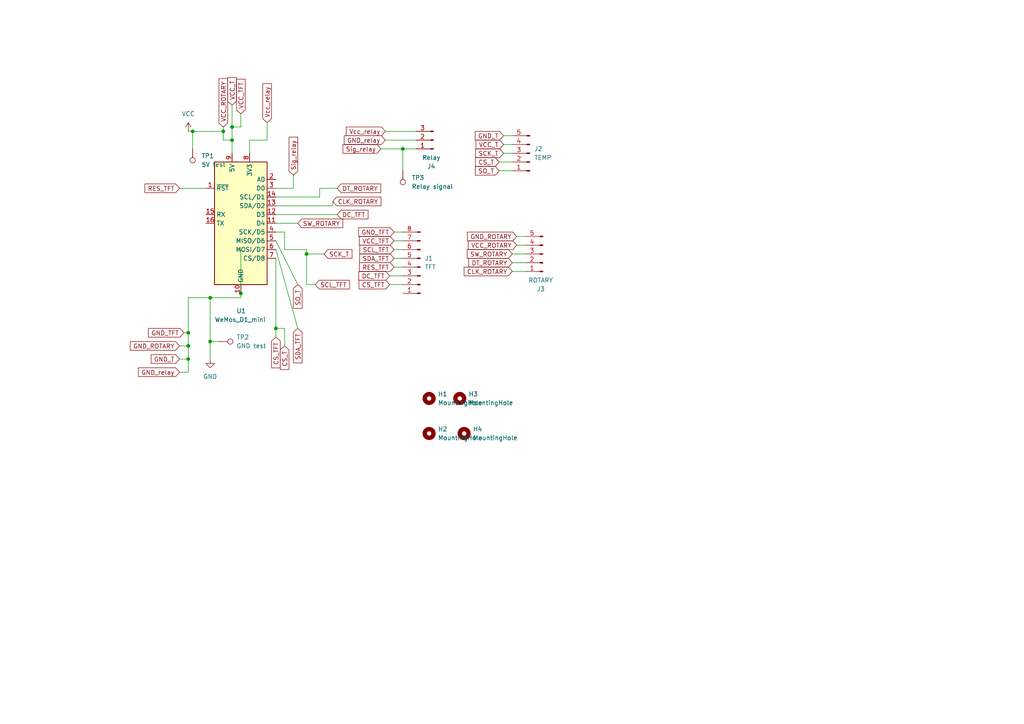
<source format=kicad_sch>
(kicad_sch (version 20211123) (generator eeschema)
  (paper "A4")
  (title_block (title "Open Kiln") (rev "v1"))
  (lib_symbols
    (symbol "Connector:Conn_01x03_Male" (pin_names (offset 1.016) hide)
      (property "Reference" "J" (at 0 5.08 0))
      (property "Value" "Conn_01x03_Male" (at 0 -5.08 0))
      (symbol "Conn_01x03_Male_1_1"
        (polyline (pts (xy 1.27 -2.54) (xy 0.8636 -2.54)) (stroke (width 0.1524)))
        (polyline (pts (xy 1.27 0) (xy 0.8636 0)) (stroke (width 0.1524)))
        (polyline (pts (xy 1.27 2.54) (xy 0.8636 2.54)) (stroke (width 0.1524)))
        (rectangle (start 0.8636 -2.413) (end 0 -2.667) (stroke (width 0.1524)) (fill (type outline)))
        (rectangle (start 0.8636 0.127) (end 0 -0.127) (stroke (width 0.1524)) (fill (type outline)))
        (rectangle (start 0.8636 2.667) (end 0 2.413) (stroke (width 0.1524)) (fill (type outline)))
        (pin passive line (at 5.08 2.54 180) (length 3.81) (name "Pin_1") (number "1"))
        (pin passive line (at 5.08 0 180) (length 3.81) (name "Pin_2") (number "2"))
        (pin passive line (at 5.08 -2.54 180) (length 3.81) (name "Pin_3") (number "3"))
      )
    )
    (symbol "Connector:Conn_01x05_Male" (pin_names (offset 1.016) hide)
      (property "Reference" "J" (at 0 7.62 0))
      (property "Value" "Conn_01x05_Male" (at 0 -7.62 0))
      (symbol "Conn_01x05_Male_1_1"
        (polyline (pts (xy 1.27 -5.08) (xy 0.8636 -5.08)) (stroke (width 0.1524)))
        (polyline (pts (xy 1.27 -2.54) (xy 0.8636 -2.54)) (stroke (width 0.1524)))
        (polyline (pts (xy 1.27 0) (xy 0.8636 0)) (stroke (width 0.1524)))
        (polyline (pts (xy 1.27 2.54) (xy 0.8636 2.54)) (stroke (width 0.1524)))
        (polyline (pts (xy 1.27 5.08) (xy 0.8636 5.08)) (stroke (width 0.1524)))
        (rectangle (start 0.8636 -4.953) (end 0 -5.207) (stroke (width 0.1524)) (fill (type outline)))
        (rectangle (start 0.8636 -2.413) (end 0 -2.667) (stroke (width 0.1524)) (fill (type outline)))
        (rectangle (start 0.8636 0.127) (end 0 -0.127) (stroke (width 0.1524)) (fill (type outline)))
        (rectangle (start 0.8636 2.667) (end 0 2.413) (stroke (width 0.1524)) (fill (type outline)))
        (rectangle (start 0.8636 5.207) (end 0 4.953) (stroke (width 0.1524)) (fill (type outline)))
        (pin passive line (at 5.08 5.08 180) (length 3.81) (name "Pin_1") (number "1"))
        (pin passive line (at 5.08 2.54 180) (length 3.81) (name "Pin_2") (number "2"))
        (pin passive line (at 5.08 0 180) (length 3.81) (name "Pin_3") (number "3"))
        (pin passive line (at 5.08 -2.54 180) (length 3.81) (name "Pin_4") (number "4"))
        (pin passive line (at 5.08 -5.08 180) (length 3.81) (name "Pin_5") (number "5"))
      )
    )
    (symbol "Connector:Conn_01x08_Male" (pin_names (offset 1.016) hide)
      (property "Reference" "J" (at 0 10.16 0))
      (property "Value" "Conn_01x08_Male" (at 0 -12.7 0))
      (symbol "Conn_01x08_Male_1_1"
        (polyline (pts (xy 1.27 -10.16) (xy 0.8636 -10.16)) (stroke (width 0.1524)))
        (polyline (pts (xy 1.27 -7.62) (xy 0.8636 -7.62)) (stroke (width 0.1524)))
        (polyline (pts (xy 1.27 -5.08) (xy 0.8636 -5.08)) (stroke (width 0.1524)))
        (polyline (pts (xy 1.27 -2.54) (xy 0.8636 -2.54)) (stroke (width 0.1524)))
        (polyline (pts (xy 1.27 0) (xy 0.8636 0)) (stroke (width 0.1524)))
        (polyline (pts (xy 1.27 2.54) (xy 0.8636 2.54)) (stroke (width 0.1524)))
        (polyline (pts (xy 1.27 5.08) (xy 0.8636 5.08)) (stroke (width 0.1524)))
        (polyline (pts (xy 1.27 7.62) (xy 0.8636 7.62)) (stroke (width 0.1524)))
        (rectangle (start 0.8636 -10.033) (end 0 -10.287) (stroke (width 0.1524)) (fill (type outline)))
        (rectangle (start 0.8636 -7.493) (end 0 -7.747) (stroke (width 0.1524)) (fill (type outline)))
        (rectangle (start 0.8636 -4.953) (end 0 -5.207) (stroke (width 0.1524)) (fill (type outline)))
        (rectangle (start 0.8636 -2.413) (end 0 -2.667) (stroke (width 0.1524)) (fill (type outline)))
        (rectangle (start 0.8636 0.127) (end 0 -0.127) (stroke (width 0.1524)) (fill (type outline)))
        (rectangle (start 0.8636 2.667) (end 0 2.413) (stroke (width 0.1524)) (fill (type outline)))
        (rectangle (start 0.8636 5.207) (end 0 4.953) (stroke (width 0.1524)) (fill (type outline)))
        (rectangle (start 0.8636 7.747) (end 0 7.493) (stroke (width 0.1524)) (fill (type outline)))
        (pin passive line (at 5.08 7.62 180) (length 3.81) (name "Pin_1") (number "1"))
        (pin passive line (at 5.08 5.08 180) (length 3.81) (name "Pin_2") (number "2"))
        (pin passive line (at 5.08 2.54 180) (length 3.81) (name "Pin_3") (number "3"))
        (pin passive line (at 5.08 0 180) (length 3.81) (name "Pin_4") (number "4"))
        (pin passive line (at 5.08 -2.54 180) (length 3.81) (name "Pin_5") (number "5"))
        (pin passive line (at 5.08 -5.08 180) (length 3.81) (name "Pin_6") (number "6"))
        (pin passive line (at 5.08 -7.62 180) (length 3.81) (name "Pin_7") (number "7"))
        (pin passive line (at 5.08 -10.16 180) (length 3.81) (name "Pin_8") (number "8"))
      )
    )
    (symbol "Connector:TestPoint" (pin_numbers hide) (pin_names (offset 0.762) hide)
      (property "Reference" "TP" (at 0 6.858 0))
      (property "Value" "TestPoint" (at 0 5.08 0))
      (symbol "TestPoint_0_1"
        (circle (center 0 3.302) (radius 0.762))
      )
      (symbol "TestPoint_1_1"
        (pin passive line (at 0 0 90) (length 2.54) (name "1") (number "1"))
      )
    )
    (symbol "MCU_Module:WeMos_D1_mini"
      (property "Reference" "U" (at 3.81 19.05 0))
      (property "Value" "WeMos_D1_mini" (at 1.27 -19.05 0))
      (symbol "WeMos_D1_mini_1_1"
        (rectangle (start -7.62 17.78) (end 7.62 -17.78) (stroke (width 0.254)) (fill (type background)))
        (pin input line (at -10.16 10.16 0) (length 2.54) (name "~{RST}") (number "1"))
        (pin power_in line (at 0 -20.32 90) (length 2.54) (name "GND") (number "10"))
        (pin bidirectional line (at 10.16 0 180) (length 2.54) (name "D4") (number "11"))
        (pin bidirectional line (at 10.16 2.54 180) (length 2.54) (name "D3") (number "12"))
        (pin bidirectional line (at 10.16 5.08 180) (length 2.54) (name "SDA/D2") (number "13"))
        (pin bidirectional line (at 10.16 7.62 180) (length 2.54) (name "SCL/D1") (number "14"))
        (pin input line (at -10.16 2.54 0) (length 2.54) (name "RX") (number "15"))
        (pin output line (at -10.16 0 0) (length 2.54) (name "TX") (number "16"))
        (pin input line (at 10.16 12.7 180) (length 2.54) (name "A0") (number "2"))
        (pin bidirectional line (at 10.16 10.16 180) (length 2.54) (name "D0") (number "3"))
        (pin bidirectional line (at 10.16 -2.54 180) (length 2.54) (name "SCK/D5") (number "4"))
        (pin bidirectional line (at 10.16 -5.08 180) (length 2.54) (name "MISO/D6") (number "5"))
        (pin bidirectional line (at 10.16 -7.62 180) (length 2.54) (name "MOSI/D7") (number "6"))
        (pin bidirectional line (at 10.16 -10.16 180) (length 2.54) (name "CS/D8") (number "7"))
        (pin power_out line (at 2.54 20.32 270) (length 2.54) (name "3V3") (number "8"))
        (pin power_in line (at -2.54 20.32 270) (length 2.54) (name "5V") (number "9"))
      )
    )
    (symbol "Mechanical:MountingHole" (pin_names (offset 1.016))
      (property "Reference" "H" (at 0 5.08 0))
      (property "Value" "MountingHole" (at 0 3.175 0))
      (symbol "MountingHole_0_1"
        (circle (center 0 0) (radius 1.27) (stroke (width 1.27)))
      )
    )
    (symbol "power:GND" (power) (pin_names (offset 0))
      (property "Value" "GND" (at 0 -3.81 0))
      (symbol "GND_0_1"
        (polyline (pts (xy 0 0) (xy 0 -1.27) (xy 1.27 -1.27) (xy 0 -2.54) (xy -1.27 -1.27) (xy 0 -1.27)))
      )
      (symbol "GND_1_1"
        (pin power_in line (at 0 0 270) (length 0) hide (name "GND") (number "1"))
      )
    )
    (symbol "power:VCC" (power) (pin_names (offset 0))
      (property "Value" "VCC" (at 0 3.81 0))
      (symbol "VCC_0_1"
        (polyline (pts (xy -0.762 1.27) (xy 0 2.54)))
        (polyline (pts (xy 0 0) (xy 0 2.54)))
        (polyline (pts (xy 0 2.54) (xy 0.762 1.27)))
      )
      (symbol "VCC_1_1"
        (pin power_in line (at 0 0 90) (length 0) hide (name "VCC") (number "1"))
      )
    )
  )
  (junction (at 88.9 73.66))
  (junction (at 54.61 96.52))
  (junction (at 60.96 99.06))
  (junction (at 54.61 104.14))
  (junction (at 67.31 40.64))
  (junction (at 55.88 38.1))
  (junction (at 67.31 36.83))
  (junction (at 80.01 95.25))
  (junction (at 60.96 86.36))
  (junction (at 69.85 85.09))
  (junction (at 116.84 43.18))
  (junction (at 54.61 100.33))
  (junction (at 64.77 38.1))
  (wire (pts (xy 69.85 86.36) (xy 69.85 85.09)))
  (wire (pts (xy 144.78 46.99) (xy 148.59 46.99)))
  (wire (pts (xy 54.61 104.14) (xy 54.61 100.33)))
  (wire (pts (xy 82.55 67.31) (xy 82.55 72.39)))
  (wire (pts (xy 54.61 100.33) (xy 54.61 96.52)))
  (wire (pts (xy 54.61 96.52) (xy 53.34 96.52)))
  (wire (pts (xy 52.07 100.33) (xy 54.61 100.33)))
  (wire (pts (xy 55.88 38.1) (xy 64.77 38.1)))
  (wire (pts (xy 113.03 82.55) (xy 116.84 82.55)))
  (wire (pts (xy 116.84 43.18) (xy 116.84 49.53)))
  (wire (pts (xy 67.31 36.83) (xy 69.85 36.83)))
  (wire (pts (xy 60.96 86.36) (xy 69.85 86.36)))
  (wire (pts (xy 67.31 40.64) (xy 67.31 44.45)))
  (wire (pts (xy 93.98 73.66) (xy 88.9 73.66)))
  (wire (pts (xy 80.01 54.61) (xy 85.09 54.61)))
  (wire (pts (xy 146.05 39.37) (xy 148.59 39.37)))
  (wire (pts (xy 55.88 38.1) (xy 55.88 43.18)))
  (wire (pts (xy 85.09 54.61) (xy 85.09 50.8)))
  (wire (pts (xy 80.01 59.69) (xy 96.52 59.69)))
  (wire (pts (xy 80.01 64.77) (xy 86.36 64.77)))
  (wire (pts (xy 60.96 99.06) (xy 63.5 99.06)))
  (wire (pts (xy 111.76 38.1) (xy 120.65 38.1)))
  (wire (pts (xy 148.59 76.2) (xy 152.4 76.2)))
  (wire (pts (xy 64.77 36.83) (xy 64.77 38.1)))
  (wire (pts (xy 88.9 82.55) (xy 88.9 73.66)))
  (wire (pts (xy 80.01 72.39) (xy 86.36 95.25)))
  (wire (pts (xy 146.05 44.45) (xy 148.59 44.45)))
  (wire (pts (xy 92.71 54.61) (xy 97.79 54.61)))
  (wire (pts (xy 69.85 33.02) (xy 69.85 36.83)))
  (wire (pts (xy 67.31 36.83) (xy 67.31 40.64)))
  (wire (pts (xy 64.77 40.64) (xy 67.31 40.64)))
  (wire (pts (xy 110.49 43.18) (xy 116.84 43.18)))
  (wire (pts (xy 88.9 73.66) (xy 88.9 72.39)))
  (wire (pts (xy 52.07 107.95) (xy 54.61 107.95)))
  (wire (pts (xy 77.47 40.64) (xy 77.47 35.56)))
  (wire (pts (xy 54.61 107.95) (xy 54.61 104.14)))
  (wire (pts (xy 148.59 73.66) (xy 152.4 73.66)))
  (wire (pts (xy 149.86 71.12) (xy 152.4 71.12)))
  (wire (pts (xy 80.01 95.25) (xy 80.01 97.79)))
  (wire (pts (xy 54.61 86.36) (xy 60.96 86.36)))
  (wire (pts (xy 114.3 74.93) (xy 116.84 74.93)))
  (wire (pts (xy 54.61 96.52) (xy 54.61 86.36)))
  (wire (pts (xy 80.01 74.93) (xy 80.01 95.25)))
  (wire (pts (xy 80.01 95.25) (xy 82.55 95.25)))
  (wire (pts (xy 144.78 49.53) (xy 148.59 49.53)))
  (wire (pts (xy 111.76 40.64) (xy 120.65 40.64)))
  (wire (pts (xy 80.01 67.31) (xy 82.55 67.31)))
  (wire (pts (xy 91.44 82.55) (xy 88.9 82.55)))
  (wire (pts (xy 114.3 67.31) (xy 116.84 67.31)))
  (wire (pts (xy 80.01 69.85) (xy 86.36 82.55)))
  (wire (pts (xy 96.52 59.69) (xy 96.52 58.42)))
  (wire (pts (xy 72.39 40.64) (xy 77.47 40.64)))
  (wire (pts (xy 54.61 38.1) (xy 55.88 38.1)))
  (wire (pts (xy 80.01 57.15) (xy 92.71 57.15)))
  (wire (pts (xy 82.55 72.39) (xy 88.9 72.39)))
  (wire (pts (xy 148.59 78.74) (xy 152.4 78.74)))
  (wire (pts (xy 64.77 38.1) (xy 64.77 40.64)))
  (wire (pts (xy 52.07 104.14) (xy 54.61 104.14)))
  (wire (pts (xy 80.01 62.23) (xy 97.79 62.23)))
  (wire (pts (xy 113.03 80.01) (xy 116.84 80.01)))
  (wire (pts (xy 69.85 85.09) (xy 69.85 72.39)))
  (wire (pts (xy 149.86 68.58) (xy 152.4 68.58)))
  (wire (pts (xy 114.3 77.47) (xy 116.84 77.47)))
  (wire (pts (xy 114.3 69.85) (xy 116.84 69.85)))
  (wire (pts (xy 72.39 44.45) (xy 72.39 40.64)))
  (wire (pts (xy 92.71 57.15) (xy 92.71 54.61)))
  (wire (pts (xy 60.96 86.36) (xy 60.96 99.06)))
  (wire (pts (xy 82.55 95.25) (xy 82.55 100.33)))
  (wire (pts (xy 60.96 99.06) (xy 60.96 104.14)))
  (wire (pts (xy 67.31 30.48) (xy 67.31 36.83)))
  (wire (pts (xy 146.05 41.91) (xy 148.59 41.91)))
  (wire (pts (xy 52.07 54.61) (xy 59.69 54.61)))
  (wire (pts (xy 116.84 43.18) (xy 120.65 43.18)))
  (wire (pts (xy 114.3 72.39) (xy 116.84 72.39)))
  (global_label "VCC_T" (shape input) (at 67.31 30.48 90) (property "Intersheet References" "${INTERSHEET_REFS}" (effects hide)))
  (global_label "SO_T" (shape input) (at 144.78 49.53 180) (property "Intersheet References" "${INTERSHEET_REFS}" (effects hide)))
  (global_label "VCC_ROTARY" (shape input) (at 149.86 71.12 180) (property "Intersheet References" "${INTERSHEET_REFS}" (effects hide)))
  (global_label "CS_TFT" (shape input) (at 113.03 82.55 180) (property "Intersheet References" "${INTERSHEET_REFS}" (effects hide)))
  (global_label "Vcc_relay" (shape input) (at 77.47 35.56 90) (property "Intersheet References" "${INTERSHEET_REFS}" (effects hide)))
  (global_label "GND_TFT" (shape input) (at 53.34 96.52 180) (property "Intersheet References" "${INTERSHEET_REFS}" (effects hide)))
  (global_label "CS_T" (shape input) (at 144.78 46.99 180) (property "Intersheet References" "${INTERSHEET_REFS}" (effects hide)))
  (global_label "CS_TFT" (shape input) (at 80.01 97.79 270) (property "Intersheet References" "${INTERSHEET_REFS}" (effects hide)))
  (global_label "SW_ROTARY" (shape input) (at 86.36 64.77 0) (property "Intersheet References" "${INTERSHEET_REFS}" (effects hide)))
  (global_label "SCL_TFT" (shape input) (at 114.3 72.39 180) (property "Intersheet References" "${INTERSHEET_REFS}" (effects hide)))
  (global_label "GND_relay" (shape input) (at 52.07 107.95 180) (property "Intersheet References" "${INTERSHEET_REFS}" (effects hide)))
  (global_label "SW_ROTARY" (shape input) (at 148.59 73.66 180) (property "Intersheet References" "${INTERSHEET_REFS}" (effects hide)))
  (global_label "VCC_TFT" (shape input) (at 69.85 33.02 90) (property "Intersheet References" "${INTERSHEET_REFS}" (effects hide)))
  (global_label "RES_TFT" (shape input) (at 52.07 54.61 180) (property "Intersheet References" "${INTERSHEET_REFS}" (effects hide)))
  (global_label "DC_TFT" (shape input) (at 97.79 62.23 0) (property "Intersheet References" "${INTERSHEET_REFS}" (effects hide)))
  (global_label "SCK_T" (shape input) (at 146.05 44.45 180) (property "Intersheet References" "${INTERSHEET_REFS}" (effects hide)))
  (global_label "Sig_relay" (shape input) (at 85.09 50.8 90) (property "Intersheet References" "${INTERSHEET_REFS}" (effects hide)))
  (global_label "SCK_T" (shape input) (at 93.98 73.66 0) (property "Intersheet References" "${INTERSHEET_REFS}" (effects hide)))
  (global_label "SDA_TFT" (shape input) (at 86.36 95.25 270) (property "Intersheet References" "${INTERSHEET_REFS}" (effects hide)))
  (global_label "GND_T" (shape input) (at 52.07 104.14 180) (property "Intersheet References" "${INTERSHEET_REFS}" (effects hide)))
  (global_label "VCC_TFT" (shape input) (at 114.3 69.85 180) (property "Intersheet References" "${INTERSHEET_REFS}" (effects hide)))
  (global_label "GND_ROTARY" (shape input) (at 149.86 68.58 180) (property "Intersheet References" "${INTERSHEET_REFS}" (effects hide)))
  (global_label "SCL_TFT" (shape input) (at 91.44 82.55 0) (property "Intersheet References" "${INTERSHEET_REFS}" (effects hide)))
  (global_label "VCC_ROTARY" (shape input) (at 64.77 36.83 90) (property "Intersheet References" "${INTERSHEET_REFS}" (effects hide)))
  (global_label "DT_ROTARY" (shape input) (at 97.79 54.61 0) (property "Intersheet References" "${INTERSHEET_REFS}" (effects hide)))
  (global_label "Vcc_relay" (shape input) (at 111.76 38.1 180) (property "Intersheet References" "${INTERSHEET_REFS}" (effects hide)))
  (global_label "RES_TFT" (shape input) (at 114.3 77.47 180) (property "Intersheet References" "${INTERSHEET_REFS}" (effects hide)))
  (global_label "GND_T" (shape input) (at 146.05 39.37 180) (property "Intersheet References" "${INTERSHEET_REFS}" (effects hide)))
  (global_label "DC_TFT" (shape input) (at 113.03 80.01 180) (property "Intersheet References" "${INTERSHEET_REFS}" (effects hide)))
  (global_label "DT_ROTARY" (shape input) (at 148.59 76.2 180) (property "Intersheet References" "${INTERSHEET_REFS}" (effects hide)))
  (global_label "VCC_T" (shape input) (at 146.05 41.91 180) (property "Intersheet References" "${INTERSHEET_REFS}" (effects hide)))
  (global_label "CLK_ROTARY" (shape input) (at 96.52 58.42 0) (property "Intersheet References" "${INTERSHEET_REFS}" (effects hide)))
  (global_label "SO_T" (shape input) (at 86.36 82.55 270) (property "Intersheet References" "${INTERSHEET_REFS}" (effects hide)))
  (global_label "Sig_relay" (shape input) (at 110.49 43.18 180) (property "Intersheet References" "${INTERSHEET_REFS}" (effects hide)))
  (global_label "CS_T" (shape input) (at 82.55 100.33 270) (property "Intersheet References" "${INTERSHEET_REFS}" (effects hide)))
  (global_label "GND_ROTARY" (shape input) (at 52.07 100.33 180) (property "Intersheet References" "${INTERSHEET_REFS}" (effects hide)))
  (global_label "SDA_TFT" (shape input) (at 114.3 74.93 180) (property "Intersheet References" "${INTERSHEET_REFS}" (effects hide)))
  (global_label "GND_TFT" (shape input) (at 114.3 67.31 180) (property "Intersheet References" "${INTERSHEET_REFS}" (effects hide)))
  (global_label "GND_relay" (shape input) (at 111.76 40.64 180) (property "Intersheet References" "${INTERSHEET_REFS}" (effects hide)))
  (global_label "CLK_ROTARY" (shape input) (at 148.59 78.74 180) (property "Intersheet References" "${INTERSHEET_REFS}" (effects hide)))
  (symbol (lib_id "Connector:Conn_01x03_Male") (at 125.73 40.64 180) (unit 1)
    (property "Reference" "J4" (at 125.095 48.26 0))
    (property "Value" "Relay" (at 125.095 45.72 0))
    (property "Footprint" "Connector_PinHeader_2.54mm:PinHeader_1x03_P2.54mm_Vertical" (effects hide))
  )
  (symbol (lib_id "Connector:Conn_01x05_Male") (at 157.48 73.66 180) (unit 1)
    (property "Reference" "J3" (at 156.845 83.82 0))
    (property "Value" "ROTARY" (at 156.845 81.28 0))
    (property "Footprint" "Connector_PinHeader_2.54mm:PinHeader_1x05_P2.54mm_Vertical" (effects hide))
  )
  (symbol (lib_id "Mechanical:MountingHole") (at 134.62 125.73 0) (unit 1)
    (property "Reference" "H4" (at 137.16 124.4599 0) (effects (justify left)))
    (property "Value" "MountingHole" (at 137.16 126.9999 0) (effects (justify left)))
    (property "Footprint" "MountingHole:MountingHole_3.2mm_M3" (effects hide))
  )
  (symbol (lib_id "Connector:TestPoint") (at 116.84 49.53 180) (unit 1)
    (property "Reference" "TP3" (at 119.38 51.5619 0) (effects (justify right)))
    (property "Value" "Relay signal" (at 119.38 54.1019 0) (effects (justify right)))
    (property "Footprint" "TestPoint:TestPoint_Pad_D2.0mm" (effects hide))
  )
  (symbol (lib_id "Connector:TestPoint") (at 55.88 43.18 180) (unit 1)
    (property "Reference" "TP1" (at 58.42 45.2119 0) (effects (justify right)))
    (property "Value" "5V test" (at 58.42 47.7519 0) (effects (justify right)))
    (property "Footprint" "TestPoint:TestPoint_Pad_D2.0mm" (effects hide))
  )
  (symbol (lib_id "MCU_Module:WeMos_D1_mini") (at 69.85 64.77 0) (unit 1)
    (property "Reference" "U1" (at 68.58 90.17 0) (effects (justify left)))
    (property "Value" "WeMos_D1_mini" (at 62.23 92.71 0) (effects (justify left)))
    (property "Footprint" "Module:WEMOS_D1_mini_light" (effects hide))
    (property "Datasheet" "https://wiki.wemos.cc/products:d1:d1_mini#documentation" (effects hide))
  )
  (symbol (lib_id "Connector:Conn_01x08_Male") (at 121.92 77.47 180) (unit 1)
    (property "Reference" "J1" (at 123.19 74.9299 0) (effects (justify right)))
    (property "Value" "TFT" (at 123.19 77.4699 0) (effects (justify right)))
    (property "Footprint" "Connector_PinHeader_2.54mm:PinHeader_1x08_P2.54mm_Vertical" (effects hide))
  )
  (symbol (lib_id "power:GND") (at 60.96 104.14 0) (unit 1)
    (property "Reference" "#PWR0102" (effects hide))
    (property "Value" "GND" (at 60.96 109.22 0))
  )
  (symbol (lib_id "Connector:TestPoint") (at 63.5 99.06 270) (unit 1)
    (property "Reference" "TP2" (at 68.58 97.7899 90) (effects (justify left)))
    (property "Value" "GND test" (at 68.58 100.3299 90) (effects (justify left)))
    (property "Footprint" "TestPoint:TestPoint_Pad_D2.0mm" (effects hide))
  )
  (symbol (lib_id "power:VCC") (at 54.61 38.1 0) (unit 1)
    (property "Reference" "#PWR0101" (effects hide))
    (property "Value" "VCC" (at 54.61 33.02 0))
  )
  (symbol (lib_id "Mechanical:MountingHole") (at 124.46 115.57 0) (unit 1)
    (property "Reference" "H1" (at 127 114.2999 0) (effects (justify left)))
    (property "Value" "MountingHole" (at 127 116.8399 0) (effects (justify left)))
    (property "Footprint" "MountingHole:MountingHole_3.2mm_M3" (effects hide))
  )
  (symbol (lib_id "Mechanical:MountingHole") (at 124.46 125.73 0) (unit 1)
    (property "Reference" "H2" (at 127 124.4599 0) (effects (justify left)))
    (property "Value" "MountingHole" (at 127 126.9999 0) (effects (justify left)))
    (property "Footprint" "MountingHole:MountingHole_3.2mm_M3" (effects hide))
  )
  (symbol (lib_id "Mechanical:MountingHole") (at 133.35 115.57 0) (unit 1)
    (property "Reference" "H3" (at 135.89 114.2999 0) (effects (justify left)))
    (property "Value" "MountingHole" (at 135.89 116.8399 0) (effects (justify left)))
    (property "Footprint" "MountingHole:MountingHole_3.2mm_M3" (effects hide))
  )
  (symbol (lib_id "Connector:Conn_01x05_Male") (at 153.67 44.45 180) (unit 1)
    (property "Reference" "J2" (at 154.94 43.1799 0) (effects (justify right)))
    (property "Value" "TEMP" (at 154.94 45.7199 0) (effects (justify right)))
    (property "Footprint" "Connector_PinHeader_2.54mm:PinHeader_1x05_P2.54mm_Vertical" (effects hide))
  )
)
</source>
